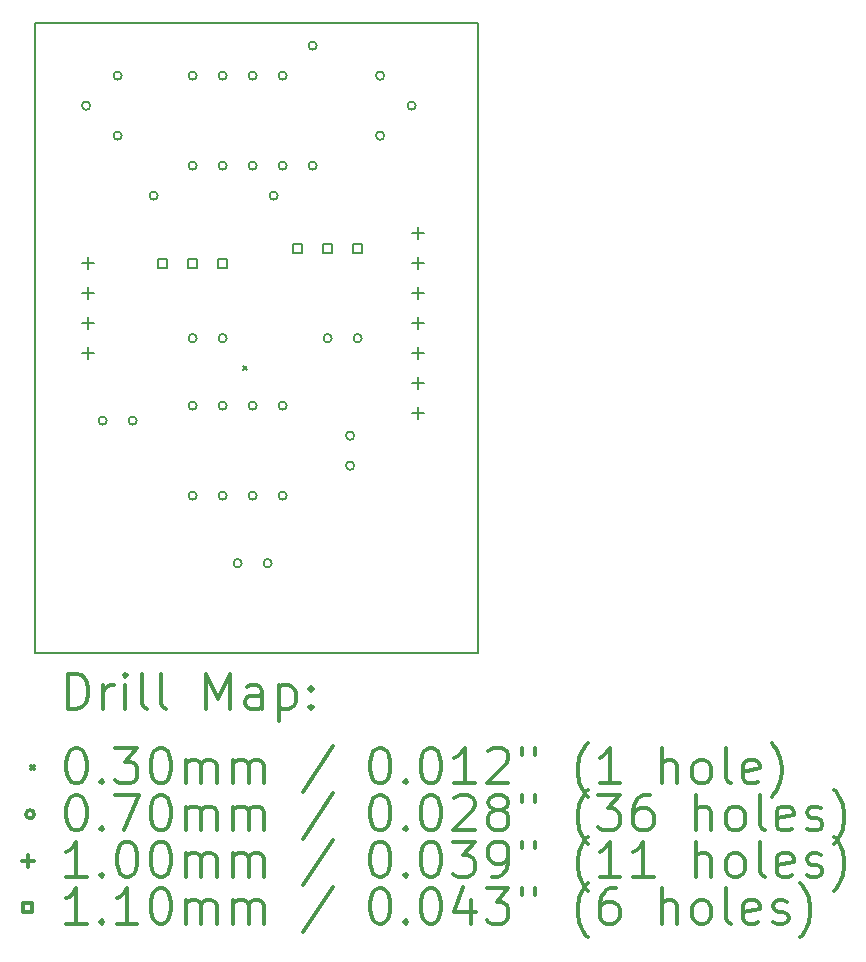
<source format=gbr>
%FSLAX45Y45*%
G04 Gerber Fmt 4.5, Leading zero omitted, Abs format (unit mm)*
G04 Created by KiCad (PCBNEW (5.0.2)-1) date 01/05/19 13:13:55*
%MOMM*%
%LPD*%
G01*
G04 APERTURE LIST*
%ADD10C,0.150000*%
%ADD11C,0.200000*%
%ADD12C,0.300000*%
G04 APERTURE END LIST*
D10*
X10668000Y-3683000D02*
X10668000Y-9017000D01*
X14414500Y-3683000D02*
X10668000Y-3683000D01*
X14414500Y-9017000D02*
X14414500Y-3683000D01*
X10668000Y-9017000D02*
X14414500Y-9017000D01*
D11*
X12431000Y-6589000D02*
X12461000Y-6619000D01*
X12461000Y-6589000D02*
X12431000Y-6619000D01*
X12417500Y-8255000D02*
G75*
G03X12417500Y-8255000I-35000J0D01*
G01*
X12671500Y-8255000D02*
G75*
G03X12671500Y-8255000I-35000J0D01*
G01*
X12036500Y-6350000D02*
G75*
G03X12036500Y-6350000I-35000J0D01*
G01*
X12290500Y-6350000D02*
G75*
G03X12290500Y-6350000I-35000J0D01*
G01*
X13179500Y-6350000D02*
G75*
G03X13179500Y-6350000I-35000J0D01*
G01*
X13433500Y-6350000D02*
G75*
G03X13433500Y-6350000I-35000J0D01*
G01*
X11274500Y-7048500D02*
G75*
G03X11274500Y-7048500I-35000J0D01*
G01*
X11528500Y-7048500D02*
G75*
G03X11528500Y-7048500I-35000J0D01*
G01*
X11706300Y-5143500D02*
G75*
G03X11706300Y-5143500I-35000J0D01*
G01*
X12722300Y-5143500D02*
G75*
G03X12722300Y-5143500I-35000J0D01*
G01*
X12036500Y-6921500D02*
G75*
G03X12036500Y-6921500I-35000J0D01*
G01*
X12036500Y-7683500D02*
G75*
G03X12036500Y-7683500I-35000J0D01*
G01*
X12290500Y-6921500D02*
G75*
G03X12290500Y-6921500I-35000J0D01*
G01*
X12290500Y-7683500D02*
G75*
G03X12290500Y-7683500I-35000J0D01*
G01*
X12544500Y-6921500D02*
G75*
G03X12544500Y-6921500I-35000J0D01*
G01*
X12544500Y-7683500D02*
G75*
G03X12544500Y-7683500I-35000J0D01*
G01*
X12798500Y-6921500D02*
G75*
G03X12798500Y-6921500I-35000J0D01*
G01*
X12798500Y-7683500D02*
G75*
G03X12798500Y-7683500I-35000J0D01*
G01*
X13052500Y-3873500D02*
G75*
G03X13052500Y-3873500I-35000J0D01*
G01*
X13052500Y-4889500D02*
G75*
G03X13052500Y-4889500I-35000J0D01*
G01*
X11134800Y-4381500D02*
G75*
G03X11134800Y-4381500I-35000J0D01*
G01*
X11401500Y-4127500D02*
G75*
G03X11401500Y-4127500I-35000J0D01*
G01*
X11401500Y-4635500D02*
G75*
G03X11401500Y-4635500I-35000J0D01*
G01*
X12036500Y-4127500D02*
G75*
G03X12036500Y-4127500I-35000J0D01*
G01*
X12036500Y-4889500D02*
G75*
G03X12036500Y-4889500I-35000J0D01*
G01*
X12290500Y-4127500D02*
G75*
G03X12290500Y-4127500I-35000J0D01*
G01*
X12290500Y-4889500D02*
G75*
G03X12290500Y-4889500I-35000J0D01*
G01*
X12544500Y-4127500D02*
G75*
G03X12544500Y-4127500I-35000J0D01*
G01*
X12544500Y-4889500D02*
G75*
G03X12544500Y-4889500I-35000J0D01*
G01*
X12798500Y-4127500D02*
G75*
G03X12798500Y-4127500I-35000J0D01*
G01*
X12798500Y-4889500D02*
G75*
G03X12798500Y-4889500I-35000J0D01*
G01*
X13370000Y-7175500D02*
G75*
G03X13370000Y-7175500I-35000J0D01*
G01*
X13370000Y-7429500D02*
G75*
G03X13370000Y-7429500I-35000J0D01*
G01*
X13624000Y-4127500D02*
G75*
G03X13624000Y-4127500I-35000J0D01*
G01*
X13624000Y-4635500D02*
G75*
G03X13624000Y-4635500I-35000J0D01*
G01*
X13890700Y-4381500D02*
G75*
G03X13890700Y-4381500I-35000J0D01*
G01*
X13906500Y-5411000D02*
X13906500Y-5511000D01*
X13856500Y-5461000D02*
X13956500Y-5461000D01*
X13906500Y-5665000D02*
X13906500Y-5765000D01*
X13856500Y-5715000D02*
X13956500Y-5715000D01*
X13906500Y-5919000D02*
X13906500Y-6019000D01*
X13856500Y-5969000D02*
X13956500Y-5969000D01*
X13906500Y-6173000D02*
X13906500Y-6273000D01*
X13856500Y-6223000D02*
X13956500Y-6223000D01*
X13906500Y-6427000D02*
X13906500Y-6527000D01*
X13856500Y-6477000D02*
X13956500Y-6477000D01*
X13906500Y-6681000D02*
X13906500Y-6781000D01*
X13856500Y-6731000D02*
X13956500Y-6731000D01*
X13906500Y-6935000D02*
X13906500Y-7035000D01*
X13856500Y-6985000D02*
X13956500Y-6985000D01*
X11112500Y-5665000D02*
X11112500Y-5765000D01*
X11062500Y-5715000D02*
X11162500Y-5715000D01*
X11112500Y-5919000D02*
X11112500Y-6019000D01*
X11062500Y-5969000D02*
X11162500Y-5969000D01*
X11112500Y-6173000D02*
X11112500Y-6273000D01*
X11062500Y-6223000D02*
X11162500Y-6223000D01*
X11112500Y-6427000D02*
X11112500Y-6527000D01*
X11062500Y-6477000D02*
X11162500Y-6477000D01*
X11786391Y-5753891D02*
X11786391Y-5676109D01*
X11708609Y-5676109D01*
X11708609Y-5753891D01*
X11786391Y-5753891D01*
X12040391Y-5753891D02*
X12040391Y-5676109D01*
X11962609Y-5676109D01*
X11962609Y-5753891D01*
X12040391Y-5753891D01*
X12294391Y-5753891D02*
X12294391Y-5676109D01*
X12216609Y-5676109D01*
X12216609Y-5753891D01*
X12294391Y-5753891D01*
X12929391Y-5626891D02*
X12929391Y-5549109D01*
X12851609Y-5549109D01*
X12851609Y-5626891D01*
X12929391Y-5626891D01*
X13183391Y-5626891D02*
X13183391Y-5549109D01*
X13105609Y-5549109D01*
X13105609Y-5626891D01*
X13183391Y-5626891D01*
X13437391Y-5626891D02*
X13437391Y-5549109D01*
X13359609Y-5549109D01*
X13359609Y-5626891D01*
X13437391Y-5626891D01*
D12*
X10946928Y-9490214D02*
X10946928Y-9190214D01*
X11018357Y-9190214D01*
X11061214Y-9204500D01*
X11089786Y-9233072D01*
X11104071Y-9261643D01*
X11118357Y-9318786D01*
X11118357Y-9361643D01*
X11104071Y-9418786D01*
X11089786Y-9447357D01*
X11061214Y-9475929D01*
X11018357Y-9490214D01*
X10946928Y-9490214D01*
X11246928Y-9490214D02*
X11246928Y-9290214D01*
X11246928Y-9347357D02*
X11261214Y-9318786D01*
X11275500Y-9304500D01*
X11304071Y-9290214D01*
X11332643Y-9290214D01*
X11432643Y-9490214D02*
X11432643Y-9290214D01*
X11432643Y-9190214D02*
X11418357Y-9204500D01*
X11432643Y-9218786D01*
X11446928Y-9204500D01*
X11432643Y-9190214D01*
X11432643Y-9218786D01*
X11618357Y-9490214D02*
X11589786Y-9475929D01*
X11575500Y-9447357D01*
X11575500Y-9190214D01*
X11775500Y-9490214D02*
X11746928Y-9475929D01*
X11732643Y-9447357D01*
X11732643Y-9190214D01*
X12118357Y-9490214D02*
X12118357Y-9190214D01*
X12218357Y-9404500D01*
X12318357Y-9190214D01*
X12318357Y-9490214D01*
X12589786Y-9490214D02*
X12589786Y-9333072D01*
X12575500Y-9304500D01*
X12546928Y-9290214D01*
X12489786Y-9290214D01*
X12461214Y-9304500D01*
X12589786Y-9475929D02*
X12561214Y-9490214D01*
X12489786Y-9490214D01*
X12461214Y-9475929D01*
X12446928Y-9447357D01*
X12446928Y-9418786D01*
X12461214Y-9390214D01*
X12489786Y-9375929D01*
X12561214Y-9375929D01*
X12589786Y-9361643D01*
X12732643Y-9290214D02*
X12732643Y-9590214D01*
X12732643Y-9304500D02*
X12761214Y-9290214D01*
X12818357Y-9290214D01*
X12846928Y-9304500D01*
X12861214Y-9318786D01*
X12875500Y-9347357D01*
X12875500Y-9433072D01*
X12861214Y-9461643D01*
X12846928Y-9475929D01*
X12818357Y-9490214D01*
X12761214Y-9490214D01*
X12732643Y-9475929D01*
X13004071Y-9461643D02*
X13018357Y-9475929D01*
X13004071Y-9490214D01*
X12989786Y-9475929D01*
X13004071Y-9461643D01*
X13004071Y-9490214D01*
X13004071Y-9304500D02*
X13018357Y-9318786D01*
X13004071Y-9333072D01*
X12989786Y-9318786D01*
X13004071Y-9304500D01*
X13004071Y-9333072D01*
X10630500Y-9969500D02*
X10660500Y-9999500D01*
X10660500Y-9969500D02*
X10630500Y-9999500D01*
X11004071Y-9820214D02*
X11032643Y-9820214D01*
X11061214Y-9834500D01*
X11075500Y-9848786D01*
X11089786Y-9877357D01*
X11104071Y-9934500D01*
X11104071Y-10005929D01*
X11089786Y-10063072D01*
X11075500Y-10091643D01*
X11061214Y-10105929D01*
X11032643Y-10120214D01*
X11004071Y-10120214D01*
X10975500Y-10105929D01*
X10961214Y-10091643D01*
X10946928Y-10063072D01*
X10932643Y-10005929D01*
X10932643Y-9934500D01*
X10946928Y-9877357D01*
X10961214Y-9848786D01*
X10975500Y-9834500D01*
X11004071Y-9820214D01*
X11232643Y-10091643D02*
X11246928Y-10105929D01*
X11232643Y-10120214D01*
X11218357Y-10105929D01*
X11232643Y-10091643D01*
X11232643Y-10120214D01*
X11346928Y-9820214D02*
X11532643Y-9820214D01*
X11432643Y-9934500D01*
X11475500Y-9934500D01*
X11504071Y-9948786D01*
X11518357Y-9963072D01*
X11532643Y-9991643D01*
X11532643Y-10063072D01*
X11518357Y-10091643D01*
X11504071Y-10105929D01*
X11475500Y-10120214D01*
X11389786Y-10120214D01*
X11361214Y-10105929D01*
X11346928Y-10091643D01*
X11718357Y-9820214D02*
X11746928Y-9820214D01*
X11775500Y-9834500D01*
X11789786Y-9848786D01*
X11804071Y-9877357D01*
X11818357Y-9934500D01*
X11818357Y-10005929D01*
X11804071Y-10063072D01*
X11789786Y-10091643D01*
X11775500Y-10105929D01*
X11746928Y-10120214D01*
X11718357Y-10120214D01*
X11689786Y-10105929D01*
X11675500Y-10091643D01*
X11661214Y-10063072D01*
X11646928Y-10005929D01*
X11646928Y-9934500D01*
X11661214Y-9877357D01*
X11675500Y-9848786D01*
X11689786Y-9834500D01*
X11718357Y-9820214D01*
X11946928Y-10120214D02*
X11946928Y-9920214D01*
X11946928Y-9948786D02*
X11961214Y-9934500D01*
X11989786Y-9920214D01*
X12032643Y-9920214D01*
X12061214Y-9934500D01*
X12075500Y-9963072D01*
X12075500Y-10120214D01*
X12075500Y-9963072D02*
X12089786Y-9934500D01*
X12118357Y-9920214D01*
X12161214Y-9920214D01*
X12189786Y-9934500D01*
X12204071Y-9963072D01*
X12204071Y-10120214D01*
X12346928Y-10120214D02*
X12346928Y-9920214D01*
X12346928Y-9948786D02*
X12361214Y-9934500D01*
X12389786Y-9920214D01*
X12432643Y-9920214D01*
X12461214Y-9934500D01*
X12475500Y-9963072D01*
X12475500Y-10120214D01*
X12475500Y-9963072D02*
X12489786Y-9934500D01*
X12518357Y-9920214D01*
X12561214Y-9920214D01*
X12589786Y-9934500D01*
X12604071Y-9963072D01*
X12604071Y-10120214D01*
X13189786Y-9805929D02*
X12932643Y-10191643D01*
X13575500Y-9820214D02*
X13604071Y-9820214D01*
X13632643Y-9834500D01*
X13646928Y-9848786D01*
X13661214Y-9877357D01*
X13675500Y-9934500D01*
X13675500Y-10005929D01*
X13661214Y-10063072D01*
X13646928Y-10091643D01*
X13632643Y-10105929D01*
X13604071Y-10120214D01*
X13575500Y-10120214D01*
X13546928Y-10105929D01*
X13532643Y-10091643D01*
X13518357Y-10063072D01*
X13504071Y-10005929D01*
X13504071Y-9934500D01*
X13518357Y-9877357D01*
X13532643Y-9848786D01*
X13546928Y-9834500D01*
X13575500Y-9820214D01*
X13804071Y-10091643D02*
X13818357Y-10105929D01*
X13804071Y-10120214D01*
X13789786Y-10105929D01*
X13804071Y-10091643D01*
X13804071Y-10120214D01*
X14004071Y-9820214D02*
X14032643Y-9820214D01*
X14061214Y-9834500D01*
X14075500Y-9848786D01*
X14089786Y-9877357D01*
X14104071Y-9934500D01*
X14104071Y-10005929D01*
X14089786Y-10063072D01*
X14075500Y-10091643D01*
X14061214Y-10105929D01*
X14032643Y-10120214D01*
X14004071Y-10120214D01*
X13975500Y-10105929D01*
X13961214Y-10091643D01*
X13946928Y-10063072D01*
X13932643Y-10005929D01*
X13932643Y-9934500D01*
X13946928Y-9877357D01*
X13961214Y-9848786D01*
X13975500Y-9834500D01*
X14004071Y-9820214D01*
X14389786Y-10120214D02*
X14218357Y-10120214D01*
X14304071Y-10120214D02*
X14304071Y-9820214D01*
X14275500Y-9863072D01*
X14246928Y-9891643D01*
X14218357Y-9905929D01*
X14504071Y-9848786D02*
X14518357Y-9834500D01*
X14546928Y-9820214D01*
X14618357Y-9820214D01*
X14646928Y-9834500D01*
X14661214Y-9848786D01*
X14675500Y-9877357D01*
X14675500Y-9905929D01*
X14661214Y-9948786D01*
X14489786Y-10120214D01*
X14675500Y-10120214D01*
X14789786Y-9820214D02*
X14789786Y-9877357D01*
X14904071Y-9820214D02*
X14904071Y-9877357D01*
X15346928Y-10234500D02*
X15332643Y-10220214D01*
X15304071Y-10177357D01*
X15289786Y-10148786D01*
X15275500Y-10105929D01*
X15261214Y-10034500D01*
X15261214Y-9977357D01*
X15275500Y-9905929D01*
X15289786Y-9863072D01*
X15304071Y-9834500D01*
X15332643Y-9791643D01*
X15346928Y-9777357D01*
X15618357Y-10120214D02*
X15446928Y-10120214D01*
X15532643Y-10120214D02*
X15532643Y-9820214D01*
X15504071Y-9863072D01*
X15475500Y-9891643D01*
X15446928Y-9905929D01*
X15975500Y-10120214D02*
X15975500Y-9820214D01*
X16104071Y-10120214D02*
X16104071Y-9963072D01*
X16089786Y-9934500D01*
X16061214Y-9920214D01*
X16018357Y-9920214D01*
X15989786Y-9934500D01*
X15975500Y-9948786D01*
X16289786Y-10120214D02*
X16261214Y-10105929D01*
X16246928Y-10091643D01*
X16232643Y-10063072D01*
X16232643Y-9977357D01*
X16246928Y-9948786D01*
X16261214Y-9934500D01*
X16289786Y-9920214D01*
X16332643Y-9920214D01*
X16361214Y-9934500D01*
X16375500Y-9948786D01*
X16389786Y-9977357D01*
X16389786Y-10063072D01*
X16375500Y-10091643D01*
X16361214Y-10105929D01*
X16332643Y-10120214D01*
X16289786Y-10120214D01*
X16561214Y-10120214D02*
X16532643Y-10105929D01*
X16518357Y-10077357D01*
X16518357Y-9820214D01*
X16789786Y-10105929D02*
X16761214Y-10120214D01*
X16704071Y-10120214D01*
X16675500Y-10105929D01*
X16661214Y-10077357D01*
X16661214Y-9963072D01*
X16675500Y-9934500D01*
X16704071Y-9920214D01*
X16761214Y-9920214D01*
X16789786Y-9934500D01*
X16804071Y-9963072D01*
X16804071Y-9991643D01*
X16661214Y-10020214D01*
X16904071Y-10234500D02*
X16918357Y-10220214D01*
X16946928Y-10177357D01*
X16961214Y-10148786D01*
X16975500Y-10105929D01*
X16989786Y-10034500D01*
X16989786Y-9977357D01*
X16975500Y-9905929D01*
X16961214Y-9863072D01*
X16946928Y-9834500D01*
X16918357Y-9791643D01*
X16904071Y-9777357D01*
X10660500Y-10380500D02*
G75*
G03X10660500Y-10380500I-35000J0D01*
G01*
X11004071Y-10216214D02*
X11032643Y-10216214D01*
X11061214Y-10230500D01*
X11075500Y-10244786D01*
X11089786Y-10273357D01*
X11104071Y-10330500D01*
X11104071Y-10401929D01*
X11089786Y-10459072D01*
X11075500Y-10487643D01*
X11061214Y-10501929D01*
X11032643Y-10516214D01*
X11004071Y-10516214D01*
X10975500Y-10501929D01*
X10961214Y-10487643D01*
X10946928Y-10459072D01*
X10932643Y-10401929D01*
X10932643Y-10330500D01*
X10946928Y-10273357D01*
X10961214Y-10244786D01*
X10975500Y-10230500D01*
X11004071Y-10216214D01*
X11232643Y-10487643D02*
X11246928Y-10501929D01*
X11232643Y-10516214D01*
X11218357Y-10501929D01*
X11232643Y-10487643D01*
X11232643Y-10516214D01*
X11346928Y-10216214D02*
X11546928Y-10216214D01*
X11418357Y-10516214D01*
X11718357Y-10216214D02*
X11746928Y-10216214D01*
X11775500Y-10230500D01*
X11789786Y-10244786D01*
X11804071Y-10273357D01*
X11818357Y-10330500D01*
X11818357Y-10401929D01*
X11804071Y-10459072D01*
X11789786Y-10487643D01*
X11775500Y-10501929D01*
X11746928Y-10516214D01*
X11718357Y-10516214D01*
X11689786Y-10501929D01*
X11675500Y-10487643D01*
X11661214Y-10459072D01*
X11646928Y-10401929D01*
X11646928Y-10330500D01*
X11661214Y-10273357D01*
X11675500Y-10244786D01*
X11689786Y-10230500D01*
X11718357Y-10216214D01*
X11946928Y-10516214D02*
X11946928Y-10316214D01*
X11946928Y-10344786D02*
X11961214Y-10330500D01*
X11989786Y-10316214D01*
X12032643Y-10316214D01*
X12061214Y-10330500D01*
X12075500Y-10359072D01*
X12075500Y-10516214D01*
X12075500Y-10359072D02*
X12089786Y-10330500D01*
X12118357Y-10316214D01*
X12161214Y-10316214D01*
X12189786Y-10330500D01*
X12204071Y-10359072D01*
X12204071Y-10516214D01*
X12346928Y-10516214D02*
X12346928Y-10316214D01*
X12346928Y-10344786D02*
X12361214Y-10330500D01*
X12389786Y-10316214D01*
X12432643Y-10316214D01*
X12461214Y-10330500D01*
X12475500Y-10359072D01*
X12475500Y-10516214D01*
X12475500Y-10359072D02*
X12489786Y-10330500D01*
X12518357Y-10316214D01*
X12561214Y-10316214D01*
X12589786Y-10330500D01*
X12604071Y-10359072D01*
X12604071Y-10516214D01*
X13189786Y-10201929D02*
X12932643Y-10587643D01*
X13575500Y-10216214D02*
X13604071Y-10216214D01*
X13632643Y-10230500D01*
X13646928Y-10244786D01*
X13661214Y-10273357D01*
X13675500Y-10330500D01*
X13675500Y-10401929D01*
X13661214Y-10459072D01*
X13646928Y-10487643D01*
X13632643Y-10501929D01*
X13604071Y-10516214D01*
X13575500Y-10516214D01*
X13546928Y-10501929D01*
X13532643Y-10487643D01*
X13518357Y-10459072D01*
X13504071Y-10401929D01*
X13504071Y-10330500D01*
X13518357Y-10273357D01*
X13532643Y-10244786D01*
X13546928Y-10230500D01*
X13575500Y-10216214D01*
X13804071Y-10487643D02*
X13818357Y-10501929D01*
X13804071Y-10516214D01*
X13789786Y-10501929D01*
X13804071Y-10487643D01*
X13804071Y-10516214D01*
X14004071Y-10216214D02*
X14032643Y-10216214D01*
X14061214Y-10230500D01*
X14075500Y-10244786D01*
X14089786Y-10273357D01*
X14104071Y-10330500D01*
X14104071Y-10401929D01*
X14089786Y-10459072D01*
X14075500Y-10487643D01*
X14061214Y-10501929D01*
X14032643Y-10516214D01*
X14004071Y-10516214D01*
X13975500Y-10501929D01*
X13961214Y-10487643D01*
X13946928Y-10459072D01*
X13932643Y-10401929D01*
X13932643Y-10330500D01*
X13946928Y-10273357D01*
X13961214Y-10244786D01*
X13975500Y-10230500D01*
X14004071Y-10216214D01*
X14218357Y-10244786D02*
X14232643Y-10230500D01*
X14261214Y-10216214D01*
X14332643Y-10216214D01*
X14361214Y-10230500D01*
X14375500Y-10244786D01*
X14389786Y-10273357D01*
X14389786Y-10301929D01*
X14375500Y-10344786D01*
X14204071Y-10516214D01*
X14389786Y-10516214D01*
X14561214Y-10344786D02*
X14532643Y-10330500D01*
X14518357Y-10316214D01*
X14504071Y-10287643D01*
X14504071Y-10273357D01*
X14518357Y-10244786D01*
X14532643Y-10230500D01*
X14561214Y-10216214D01*
X14618357Y-10216214D01*
X14646928Y-10230500D01*
X14661214Y-10244786D01*
X14675500Y-10273357D01*
X14675500Y-10287643D01*
X14661214Y-10316214D01*
X14646928Y-10330500D01*
X14618357Y-10344786D01*
X14561214Y-10344786D01*
X14532643Y-10359072D01*
X14518357Y-10373357D01*
X14504071Y-10401929D01*
X14504071Y-10459072D01*
X14518357Y-10487643D01*
X14532643Y-10501929D01*
X14561214Y-10516214D01*
X14618357Y-10516214D01*
X14646928Y-10501929D01*
X14661214Y-10487643D01*
X14675500Y-10459072D01*
X14675500Y-10401929D01*
X14661214Y-10373357D01*
X14646928Y-10359072D01*
X14618357Y-10344786D01*
X14789786Y-10216214D02*
X14789786Y-10273357D01*
X14904071Y-10216214D02*
X14904071Y-10273357D01*
X15346928Y-10630500D02*
X15332643Y-10616214D01*
X15304071Y-10573357D01*
X15289786Y-10544786D01*
X15275500Y-10501929D01*
X15261214Y-10430500D01*
X15261214Y-10373357D01*
X15275500Y-10301929D01*
X15289786Y-10259072D01*
X15304071Y-10230500D01*
X15332643Y-10187643D01*
X15346928Y-10173357D01*
X15432643Y-10216214D02*
X15618357Y-10216214D01*
X15518357Y-10330500D01*
X15561214Y-10330500D01*
X15589786Y-10344786D01*
X15604071Y-10359072D01*
X15618357Y-10387643D01*
X15618357Y-10459072D01*
X15604071Y-10487643D01*
X15589786Y-10501929D01*
X15561214Y-10516214D01*
X15475500Y-10516214D01*
X15446928Y-10501929D01*
X15432643Y-10487643D01*
X15875500Y-10216214D02*
X15818357Y-10216214D01*
X15789786Y-10230500D01*
X15775500Y-10244786D01*
X15746928Y-10287643D01*
X15732643Y-10344786D01*
X15732643Y-10459072D01*
X15746928Y-10487643D01*
X15761214Y-10501929D01*
X15789786Y-10516214D01*
X15846928Y-10516214D01*
X15875500Y-10501929D01*
X15889786Y-10487643D01*
X15904071Y-10459072D01*
X15904071Y-10387643D01*
X15889786Y-10359072D01*
X15875500Y-10344786D01*
X15846928Y-10330500D01*
X15789786Y-10330500D01*
X15761214Y-10344786D01*
X15746928Y-10359072D01*
X15732643Y-10387643D01*
X16261214Y-10516214D02*
X16261214Y-10216214D01*
X16389786Y-10516214D02*
X16389786Y-10359072D01*
X16375500Y-10330500D01*
X16346928Y-10316214D01*
X16304071Y-10316214D01*
X16275500Y-10330500D01*
X16261214Y-10344786D01*
X16575500Y-10516214D02*
X16546928Y-10501929D01*
X16532643Y-10487643D01*
X16518357Y-10459072D01*
X16518357Y-10373357D01*
X16532643Y-10344786D01*
X16546928Y-10330500D01*
X16575500Y-10316214D01*
X16618357Y-10316214D01*
X16646928Y-10330500D01*
X16661214Y-10344786D01*
X16675500Y-10373357D01*
X16675500Y-10459072D01*
X16661214Y-10487643D01*
X16646928Y-10501929D01*
X16618357Y-10516214D01*
X16575500Y-10516214D01*
X16846928Y-10516214D02*
X16818357Y-10501929D01*
X16804071Y-10473357D01*
X16804071Y-10216214D01*
X17075500Y-10501929D02*
X17046928Y-10516214D01*
X16989786Y-10516214D01*
X16961214Y-10501929D01*
X16946928Y-10473357D01*
X16946928Y-10359072D01*
X16961214Y-10330500D01*
X16989786Y-10316214D01*
X17046928Y-10316214D01*
X17075500Y-10330500D01*
X17089786Y-10359072D01*
X17089786Y-10387643D01*
X16946928Y-10416214D01*
X17204071Y-10501929D02*
X17232643Y-10516214D01*
X17289786Y-10516214D01*
X17318357Y-10501929D01*
X17332643Y-10473357D01*
X17332643Y-10459072D01*
X17318357Y-10430500D01*
X17289786Y-10416214D01*
X17246928Y-10416214D01*
X17218357Y-10401929D01*
X17204071Y-10373357D01*
X17204071Y-10359072D01*
X17218357Y-10330500D01*
X17246928Y-10316214D01*
X17289786Y-10316214D01*
X17318357Y-10330500D01*
X17432643Y-10630500D02*
X17446928Y-10616214D01*
X17475500Y-10573357D01*
X17489786Y-10544786D01*
X17504071Y-10501929D01*
X17518357Y-10430500D01*
X17518357Y-10373357D01*
X17504071Y-10301929D01*
X17489786Y-10259072D01*
X17475500Y-10230500D01*
X17446928Y-10187643D01*
X17432643Y-10173357D01*
X10610500Y-10726500D02*
X10610500Y-10826500D01*
X10560500Y-10776500D02*
X10660500Y-10776500D01*
X11104071Y-10912214D02*
X10932643Y-10912214D01*
X11018357Y-10912214D02*
X11018357Y-10612214D01*
X10989786Y-10655072D01*
X10961214Y-10683643D01*
X10932643Y-10697929D01*
X11232643Y-10883643D02*
X11246928Y-10897929D01*
X11232643Y-10912214D01*
X11218357Y-10897929D01*
X11232643Y-10883643D01*
X11232643Y-10912214D01*
X11432643Y-10612214D02*
X11461214Y-10612214D01*
X11489786Y-10626500D01*
X11504071Y-10640786D01*
X11518357Y-10669357D01*
X11532643Y-10726500D01*
X11532643Y-10797929D01*
X11518357Y-10855072D01*
X11504071Y-10883643D01*
X11489786Y-10897929D01*
X11461214Y-10912214D01*
X11432643Y-10912214D01*
X11404071Y-10897929D01*
X11389786Y-10883643D01*
X11375500Y-10855072D01*
X11361214Y-10797929D01*
X11361214Y-10726500D01*
X11375500Y-10669357D01*
X11389786Y-10640786D01*
X11404071Y-10626500D01*
X11432643Y-10612214D01*
X11718357Y-10612214D02*
X11746928Y-10612214D01*
X11775500Y-10626500D01*
X11789786Y-10640786D01*
X11804071Y-10669357D01*
X11818357Y-10726500D01*
X11818357Y-10797929D01*
X11804071Y-10855072D01*
X11789786Y-10883643D01*
X11775500Y-10897929D01*
X11746928Y-10912214D01*
X11718357Y-10912214D01*
X11689786Y-10897929D01*
X11675500Y-10883643D01*
X11661214Y-10855072D01*
X11646928Y-10797929D01*
X11646928Y-10726500D01*
X11661214Y-10669357D01*
X11675500Y-10640786D01*
X11689786Y-10626500D01*
X11718357Y-10612214D01*
X11946928Y-10912214D02*
X11946928Y-10712214D01*
X11946928Y-10740786D02*
X11961214Y-10726500D01*
X11989786Y-10712214D01*
X12032643Y-10712214D01*
X12061214Y-10726500D01*
X12075500Y-10755072D01*
X12075500Y-10912214D01*
X12075500Y-10755072D02*
X12089786Y-10726500D01*
X12118357Y-10712214D01*
X12161214Y-10712214D01*
X12189786Y-10726500D01*
X12204071Y-10755072D01*
X12204071Y-10912214D01*
X12346928Y-10912214D02*
X12346928Y-10712214D01*
X12346928Y-10740786D02*
X12361214Y-10726500D01*
X12389786Y-10712214D01*
X12432643Y-10712214D01*
X12461214Y-10726500D01*
X12475500Y-10755072D01*
X12475500Y-10912214D01*
X12475500Y-10755072D02*
X12489786Y-10726500D01*
X12518357Y-10712214D01*
X12561214Y-10712214D01*
X12589786Y-10726500D01*
X12604071Y-10755072D01*
X12604071Y-10912214D01*
X13189786Y-10597929D02*
X12932643Y-10983643D01*
X13575500Y-10612214D02*
X13604071Y-10612214D01*
X13632643Y-10626500D01*
X13646928Y-10640786D01*
X13661214Y-10669357D01*
X13675500Y-10726500D01*
X13675500Y-10797929D01*
X13661214Y-10855072D01*
X13646928Y-10883643D01*
X13632643Y-10897929D01*
X13604071Y-10912214D01*
X13575500Y-10912214D01*
X13546928Y-10897929D01*
X13532643Y-10883643D01*
X13518357Y-10855072D01*
X13504071Y-10797929D01*
X13504071Y-10726500D01*
X13518357Y-10669357D01*
X13532643Y-10640786D01*
X13546928Y-10626500D01*
X13575500Y-10612214D01*
X13804071Y-10883643D02*
X13818357Y-10897929D01*
X13804071Y-10912214D01*
X13789786Y-10897929D01*
X13804071Y-10883643D01*
X13804071Y-10912214D01*
X14004071Y-10612214D02*
X14032643Y-10612214D01*
X14061214Y-10626500D01*
X14075500Y-10640786D01*
X14089786Y-10669357D01*
X14104071Y-10726500D01*
X14104071Y-10797929D01*
X14089786Y-10855072D01*
X14075500Y-10883643D01*
X14061214Y-10897929D01*
X14032643Y-10912214D01*
X14004071Y-10912214D01*
X13975500Y-10897929D01*
X13961214Y-10883643D01*
X13946928Y-10855072D01*
X13932643Y-10797929D01*
X13932643Y-10726500D01*
X13946928Y-10669357D01*
X13961214Y-10640786D01*
X13975500Y-10626500D01*
X14004071Y-10612214D01*
X14204071Y-10612214D02*
X14389786Y-10612214D01*
X14289786Y-10726500D01*
X14332643Y-10726500D01*
X14361214Y-10740786D01*
X14375500Y-10755072D01*
X14389786Y-10783643D01*
X14389786Y-10855072D01*
X14375500Y-10883643D01*
X14361214Y-10897929D01*
X14332643Y-10912214D01*
X14246928Y-10912214D01*
X14218357Y-10897929D01*
X14204071Y-10883643D01*
X14532643Y-10912214D02*
X14589786Y-10912214D01*
X14618357Y-10897929D01*
X14632643Y-10883643D01*
X14661214Y-10840786D01*
X14675500Y-10783643D01*
X14675500Y-10669357D01*
X14661214Y-10640786D01*
X14646928Y-10626500D01*
X14618357Y-10612214D01*
X14561214Y-10612214D01*
X14532643Y-10626500D01*
X14518357Y-10640786D01*
X14504071Y-10669357D01*
X14504071Y-10740786D01*
X14518357Y-10769357D01*
X14532643Y-10783643D01*
X14561214Y-10797929D01*
X14618357Y-10797929D01*
X14646928Y-10783643D01*
X14661214Y-10769357D01*
X14675500Y-10740786D01*
X14789786Y-10612214D02*
X14789786Y-10669357D01*
X14904071Y-10612214D02*
X14904071Y-10669357D01*
X15346928Y-11026500D02*
X15332643Y-11012214D01*
X15304071Y-10969357D01*
X15289786Y-10940786D01*
X15275500Y-10897929D01*
X15261214Y-10826500D01*
X15261214Y-10769357D01*
X15275500Y-10697929D01*
X15289786Y-10655072D01*
X15304071Y-10626500D01*
X15332643Y-10583643D01*
X15346928Y-10569357D01*
X15618357Y-10912214D02*
X15446928Y-10912214D01*
X15532643Y-10912214D02*
X15532643Y-10612214D01*
X15504071Y-10655072D01*
X15475500Y-10683643D01*
X15446928Y-10697929D01*
X15904071Y-10912214D02*
X15732643Y-10912214D01*
X15818357Y-10912214D02*
X15818357Y-10612214D01*
X15789786Y-10655072D01*
X15761214Y-10683643D01*
X15732643Y-10697929D01*
X16261214Y-10912214D02*
X16261214Y-10612214D01*
X16389786Y-10912214D02*
X16389786Y-10755072D01*
X16375500Y-10726500D01*
X16346928Y-10712214D01*
X16304071Y-10712214D01*
X16275500Y-10726500D01*
X16261214Y-10740786D01*
X16575500Y-10912214D02*
X16546928Y-10897929D01*
X16532643Y-10883643D01*
X16518357Y-10855072D01*
X16518357Y-10769357D01*
X16532643Y-10740786D01*
X16546928Y-10726500D01*
X16575500Y-10712214D01*
X16618357Y-10712214D01*
X16646928Y-10726500D01*
X16661214Y-10740786D01*
X16675500Y-10769357D01*
X16675500Y-10855072D01*
X16661214Y-10883643D01*
X16646928Y-10897929D01*
X16618357Y-10912214D01*
X16575500Y-10912214D01*
X16846928Y-10912214D02*
X16818357Y-10897929D01*
X16804071Y-10869357D01*
X16804071Y-10612214D01*
X17075500Y-10897929D02*
X17046928Y-10912214D01*
X16989786Y-10912214D01*
X16961214Y-10897929D01*
X16946928Y-10869357D01*
X16946928Y-10755072D01*
X16961214Y-10726500D01*
X16989786Y-10712214D01*
X17046928Y-10712214D01*
X17075500Y-10726500D01*
X17089786Y-10755072D01*
X17089786Y-10783643D01*
X16946928Y-10812214D01*
X17204071Y-10897929D02*
X17232643Y-10912214D01*
X17289786Y-10912214D01*
X17318357Y-10897929D01*
X17332643Y-10869357D01*
X17332643Y-10855072D01*
X17318357Y-10826500D01*
X17289786Y-10812214D01*
X17246928Y-10812214D01*
X17218357Y-10797929D01*
X17204071Y-10769357D01*
X17204071Y-10755072D01*
X17218357Y-10726500D01*
X17246928Y-10712214D01*
X17289786Y-10712214D01*
X17318357Y-10726500D01*
X17432643Y-11026500D02*
X17446928Y-11012214D01*
X17475500Y-10969357D01*
X17489786Y-10940786D01*
X17504071Y-10897929D01*
X17518357Y-10826500D01*
X17518357Y-10769357D01*
X17504071Y-10697929D01*
X17489786Y-10655072D01*
X17475500Y-10626500D01*
X17446928Y-10583643D01*
X17432643Y-10569357D01*
X10644391Y-11211391D02*
X10644391Y-11133609D01*
X10566609Y-11133609D01*
X10566609Y-11211391D01*
X10644391Y-11211391D01*
X11104071Y-11308214D02*
X10932643Y-11308214D01*
X11018357Y-11308214D02*
X11018357Y-11008214D01*
X10989786Y-11051072D01*
X10961214Y-11079643D01*
X10932643Y-11093929D01*
X11232643Y-11279643D02*
X11246928Y-11293929D01*
X11232643Y-11308214D01*
X11218357Y-11293929D01*
X11232643Y-11279643D01*
X11232643Y-11308214D01*
X11532643Y-11308214D02*
X11361214Y-11308214D01*
X11446928Y-11308214D02*
X11446928Y-11008214D01*
X11418357Y-11051072D01*
X11389786Y-11079643D01*
X11361214Y-11093929D01*
X11718357Y-11008214D02*
X11746928Y-11008214D01*
X11775500Y-11022500D01*
X11789786Y-11036786D01*
X11804071Y-11065357D01*
X11818357Y-11122500D01*
X11818357Y-11193929D01*
X11804071Y-11251071D01*
X11789786Y-11279643D01*
X11775500Y-11293929D01*
X11746928Y-11308214D01*
X11718357Y-11308214D01*
X11689786Y-11293929D01*
X11675500Y-11279643D01*
X11661214Y-11251071D01*
X11646928Y-11193929D01*
X11646928Y-11122500D01*
X11661214Y-11065357D01*
X11675500Y-11036786D01*
X11689786Y-11022500D01*
X11718357Y-11008214D01*
X11946928Y-11308214D02*
X11946928Y-11108214D01*
X11946928Y-11136786D02*
X11961214Y-11122500D01*
X11989786Y-11108214D01*
X12032643Y-11108214D01*
X12061214Y-11122500D01*
X12075500Y-11151072D01*
X12075500Y-11308214D01*
X12075500Y-11151072D02*
X12089786Y-11122500D01*
X12118357Y-11108214D01*
X12161214Y-11108214D01*
X12189786Y-11122500D01*
X12204071Y-11151072D01*
X12204071Y-11308214D01*
X12346928Y-11308214D02*
X12346928Y-11108214D01*
X12346928Y-11136786D02*
X12361214Y-11122500D01*
X12389786Y-11108214D01*
X12432643Y-11108214D01*
X12461214Y-11122500D01*
X12475500Y-11151072D01*
X12475500Y-11308214D01*
X12475500Y-11151072D02*
X12489786Y-11122500D01*
X12518357Y-11108214D01*
X12561214Y-11108214D01*
X12589786Y-11122500D01*
X12604071Y-11151072D01*
X12604071Y-11308214D01*
X13189786Y-10993929D02*
X12932643Y-11379643D01*
X13575500Y-11008214D02*
X13604071Y-11008214D01*
X13632643Y-11022500D01*
X13646928Y-11036786D01*
X13661214Y-11065357D01*
X13675500Y-11122500D01*
X13675500Y-11193929D01*
X13661214Y-11251071D01*
X13646928Y-11279643D01*
X13632643Y-11293929D01*
X13604071Y-11308214D01*
X13575500Y-11308214D01*
X13546928Y-11293929D01*
X13532643Y-11279643D01*
X13518357Y-11251071D01*
X13504071Y-11193929D01*
X13504071Y-11122500D01*
X13518357Y-11065357D01*
X13532643Y-11036786D01*
X13546928Y-11022500D01*
X13575500Y-11008214D01*
X13804071Y-11279643D02*
X13818357Y-11293929D01*
X13804071Y-11308214D01*
X13789786Y-11293929D01*
X13804071Y-11279643D01*
X13804071Y-11308214D01*
X14004071Y-11008214D02*
X14032643Y-11008214D01*
X14061214Y-11022500D01*
X14075500Y-11036786D01*
X14089786Y-11065357D01*
X14104071Y-11122500D01*
X14104071Y-11193929D01*
X14089786Y-11251071D01*
X14075500Y-11279643D01*
X14061214Y-11293929D01*
X14032643Y-11308214D01*
X14004071Y-11308214D01*
X13975500Y-11293929D01*
X13961214Y-11279643D01*
X13946928Y-11251071D01*
X13932643Y-11193929D01*
X13932643Y-11122500D01*
X13946928Y-11065357D01*
X13961214Y-11036786D01*
X13975500Y-11022500D01*
X14004071Y-11008214D01*
X14361214Y-11108214D02*
X14361214Y-11308214D01*
X14289786Y-10993929D02*
X14218357Y-11208214D01*
X14404071Y-11208214D01*
X14489786Y-11008214D02*
X14675500Y-11008214D01*
X14575500Y-11122500D01*
X14618357Y-11122500D01*
X14646928Y-11136786D01*
X14661214Y-11151072D01*
X14675500Y-11179643D01*
X14675500Y-11251071D01*
X14661214Y-11279643D01*
X14646928Y-11293929D01*
X14618357Y-11308214D01*
X14532643Y-11308214D01*
X14504071Y-11293929D01*
X14489786Y-11279643D01*
X14789786Y-11008214D02*
X14789786Y-11065357D01*
X14904071Y-11008214D02*
X14904071Y-11065357D01*
X15346928Y-11422500D02*
X15332643Y-11408214D01*
X15304071Y-11365357D01*
X15289786Y-11336786D01*
X15275500Y-11293929D01*
X15261214Y-11222500D01*
X15261214Y-11165357D01*
X15275500Y-11093929D01*
X15289786Y-11051072D01*
X15304071Y-11022500D01*
X15332643Y-10979643D01*
X15346928Y-10965357D01*
X15589786Y-11008214D02*
X15532643Y-11008214D01*
X15504071Y-11022500D01*
X15489786Y-11036786D01*
X15461214Y-11079643D01*
X15446928Y-11136786D01*
X15446928Y-11251071D01*
X15461214Y-11279643D01*
X15475500Y-11293929D01*
X15504071Y-11308214D01*
X15561214Y-11308214D01*
X15589786Y-11293929D01*
X15604071Y-11279643D01*
X15618357Y-11251071D01*
X15618357Y-11179643D01*
X15604071Y-11151072D01*
X15589786Y-11136786D01*
X15561214Y-11122500D01*
X15504071Y-11122500D01*
X15475500Y-11136786D01*
X15461214Y-11151072D01*
X15446928Y-11179643D01*
X15975500Y-11308214D02*
X15975500Y-11008214D01*
X16104071Y-11308214D02*
X16104071Y-11151072D01*
X16089786Y-11122500D01*
X16061214Y-11108214D01*
X16018357Y-11108214D01*
X15989786Y-11122500D01*
X15975500Y-11136786D01*
X16289786Y-11308214D02*
X16261214Y-11293929D01*
X16246928Y-11279643D01*
X16232643Y-11251071D01*
X16232643Y-11165357D01*
X16246928Y-11136786D01*
X16261214Y-11122500D01*
X16289786Y-11108214D01*
X16332643Y-11108214D01*
X16361214Y-11122500D01*
X16375500Y-11136786D01*
X16389786Y-11165357D01*
X16389786Y-11251071D01*
X16375500Y-11279643D01*
X16361214Y-11293929D01*
X16332643Y-11308214D01*
X16289786Y-11308214D01*
X16561214Y-11308214D02*
X16532643Y-11293929D01*
X16518357Y-11265357D01*
X16518357Y-11008214D01*
X16789786Y-11293929D02*
X16761214Y-11308214D01*
X16704071Y-11308214D01*
X16675500Y-11293929D01*
X16661214Y-11265357D01*
X16661214Y-11151072D01*
X16675500Y-11122500D01*
X16704071Y-11108214D01*
X16761214Y-11108214D01*
X16789786Y-11122500D01*
X16804071Y-11151072D01*
X16804071Y-11179643D01*
X16661214Y-11208214D01*
X16918357Y-11293929D02*
X16946928Y-11308214D01*
X17004071Y-11308214D01*
X17032643Y-11293929D01*
X17046928Y-11265357D01*
X17046928Y-11251071D01*
X17032643Y-11222500D01*
X17004071Y-11208214D01*
X16961214Y-11208214D01*
X16932643Y-11193929D01*
X16918357Y-11165357D01*
X16918357Y-11151072D01*
X16932643Y-11122500D01*
X16961214Y-11108214D01*
X17004071Y-11108214D01*
X17032643Y-11122500D01*
X17146928Y-11422500D02*
X17161214Y-11408214D01*
X17189786Y-11365357D01*
X17204071Y-11336786D01*
X17218357Y-11293929D01*
X17232643Y-11222500D01*
X17232643Y-11165357D01*
X17218357Y-11093929D01*
X17204071Y-11051072D01*
X17189786Y-11022500D01*
X17161214Y-10979643D01*
X17146928Y-10965357D01*
M02*

</source>
